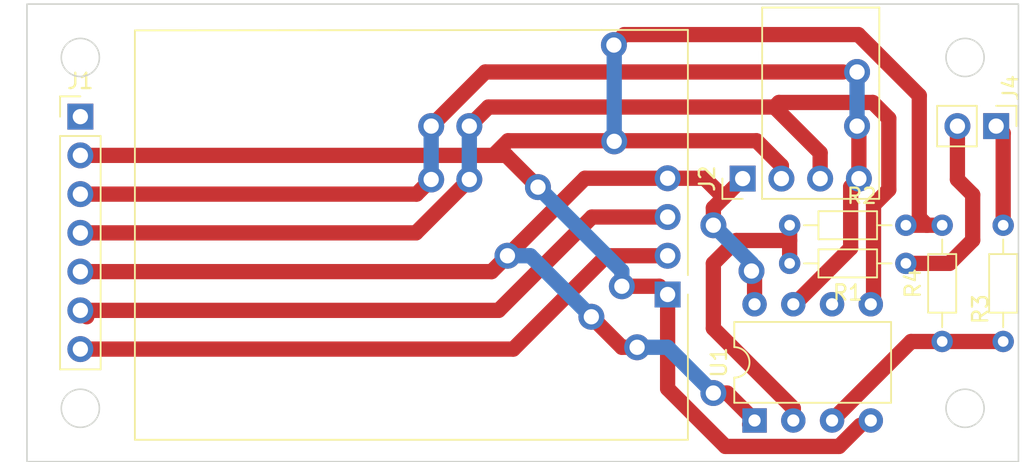
<source format=kicad_pcb>
(kicad_pcb (version 20221018) (generator pcbnew)
  (layers (0 "F.Cu" signal) (31 "B.Cu" signal) (34 "B.Paste" user) (35 "F.Paste" user) (36 "B.SilkS" user "B.Silkscreen") (37 "F.SilkS" user "F.Silkscreen") (38 "B.Mask" user) (39 "F.Mask" user) (44 "Edge.Cuts" user))
  (net 0 "")
  (net 1 "/VCC")
  (net 2 "/GND")
  (net 3 "/SCL")
  (net 4 "/SDA")
  (net 5 "/VCC3")
  (net 6 "/BAT")
  (net 7 "/SHUNT")
  (net 8 "/ADC3")
  (net 9 "/ADC2")
  (net 10 "/RX")
  (net 11 "/TX")
  (net 12 "/AIN1")
  (footprint "Resistor_THT:R_Axial_DIN0204_L3.6mm_D1.6mm_P7.62mm_Horizontal" (layer "F.Cu") (at 149.5 126.62 90)
    (fp_text reference "R4" (at 3.81 -1.92 90) (layer "F.SilkS"))
    (fp_text value "R")
    (fp_line (start 0.94 0) (end 1.89 0) (stroke (width 0.12)) (layer "F.SilkS"))
    (fp_line (start 1.89 -0.92) (end 1.89 0.92) (stroke (width 0.12)) (layer "F.SilkS"))
    (fp_line (start 1.89 0.92) (end 5.73 0.92) (stroke (width 0.12)) (layer "F.SilkS"))
    (fp_line (start 5.73 -0.92) (end 1.89 -0.92) (stroke (width 0.12)) (layer "F.SilkS"))
    (fp_line (start 5.73 0.92) (end 5.73 -0.92) (stroke (width 0.12)) (layer "F.SilkS"))
    (fp_line (start 6.68 0) (end 5.73 0) (stroke (width 0.12)) (layer "F.SilkS"))
    (pad "1" thru_hole circle (at 0 0 90) (size 1.4 1.4) (drill 0.7) (layers "*.Cu" "*.Mask") (net 9 "/ADC2"))
    (pad "2" thru_hole oval (at 7.62 0 90) (size 1.4 1.4) (drill 0.7) (layers "*.Cu" "*.Mask") (net 2 "/GND"))
  )
  (footprint "Resistor_THT:R_Axial_DIN0204_L3.6mm_D1.6mm_P7.62mm_Horizontal" (layer "F.Cu") (at 153.5 119 -90)
    (fp_text reference "R3" (at 5.5 1.5 90) (layer "F.SilkS"))
    (fp_text value "R")
    (fp_line (start 0.94 0) (end 1.89 0) (stroke (width 0.12)) (layer "F.SilkS"))
    (fp_line (start 1.89 -0.92) (end 1.89 0.92) (stroke (width 0.12)) (layer "F.SilkS"))
    (fp_line (start 1.89 0.92) (end 5.73 0.92) (stroke (width 0.12)) (layer "F.SilkS"))
    (fp_line (start 5.73 -0.92) (end 1.89 -0.92) (stroke (width 0.12)) (layer "F.SilkS"))
    (fp_line (start 5.73 0.92) (end 5.73 -0.92) (stroke (width 0.12)) (layer "F.SilkS"))
    (fp_line (start 6.68 0) (end 5.73 0) (stroke (width 0.12)) (layer "F.SilkS"))
    (pad "1" thru_hole circle (at 0 0 270) (size 1.4 1.4) (drill 0.7) (layers "*.Cu" "*.Mask") (net 6 "/BAT"))
    (pad "2" thru_hole oval (at 7.62 0 270) (size 1.4 1.4) (drill 0.7) (layers "*.Cu" "*.Mask") (net 9 "/ADC2"))
  )
  (footprint "Package_DIP:DIP-8_W7.62mm" (layer "F.Cu") (at 137.2 131.8 90)
    (fp_text reference "U1" (at 3.81 -2.33 90) (layer "F.SilkS"))
    (fp_text value "ATtiny45-20P")
    (fp_line (start 1.16 -1.33) (end 1.16 8.95) (stroke (width 0.12)) (layer "F.SilkS"))
    (fp_line (start 1.16 8.95) (end 6.46 8.95) (stroke (width 0.12)) (layer "F.SilkS"))
    (fp_line (start 2.81 -1.33) (end 1.16 -1.33) (stroke (width 0.12)) (layer "F.SilkS"))
    (fp_line (start 6.46 -1.33) (end 4.81 -1.33) (stroke (width 0.12)) (layer "F.SilkS"))
    (fp_line (start 6.46 8.95) (end 6.46 -1.33) (stroke (width 0.12)) (layer "F.SilkS"))
    (fp_arc (start 4.81 -1.33) (mid 3.81 -0.33) (end 2.81 -1.33) (stroke (width 0.12)) (layer "F.SilkS"))
    (pad "1" thru_hole rect (at 0 0 90) (size 1.6 1.6) (drill 0.8) (layers "*.Cu" "*.Mask") (net 5 "/VCC3"))
    (pad "2" thru_hole oval (at 0 2.54 90) (size 1.6 1.6) (drill 0.8) (layers "*.Cu" "*.Mask") (net 8 "/ADC3"))
    (pad "3" thru_hole oval (at 0 5.08 90) (size 1.6 1.6) (drill 0.8) (layers "*.Cu" "*.Mask") (net 9 "/ADC2"))
    (pad "4" thru_hole oval (at 0 7.62 90) (size 1.6 1.6) (drill 0.8) (layers "*.Cu" "*.Mask") (net 2 "/GND"))
    (pad "5" thru_hole oval (at 7.62 7.62 90) (size 1.6 1.6) (drill 0.8) (layers "*.Cu" "*.Mask") (net 4 "/SDA"))
    (pad "6" thru_hole oval (at 7.62 5.08 90) (size 1.6 1.6) (drill 0.8) (layers "*.Cu" "*.Mask") (net 12 "/AIN1"))
    (pad "7" thru_hole oval (at 7.62 2.54 90) (size 1.6 1.6) (drill 0.8) (layers "*.Cu" "*.Mask") (net 3 "/SCL"))
    (pad "8" thru_hole oval (at 7.62 0 90) (size 1.6 1.6) (drill 0.8) (layers "*.Cu" "*.Mask") (net 5 "/VCC3"))
  )
  (footprint "Connector_PinHeader_2.54mm:PinHeader_1x07_P2.54mm_Vertical" (layer "F.Cu") (at 93 111.88)
    (fp_text reference "J1" (at 0 -2.33) (layer "F.SilkS"))
    (fp_text value "INPUT_PISO_1")
    (fp_line (start -1.33 -1.33) (end 0 -1.33) (stroke (width 0.12)) (layer "F.SilkS"))
    (fp_line (start -1.33 0) (end -1.33 -1.33) (stroke (width 0.12)) (layer "F.SilkS"))
    (fp_line (start -1.33 1.27) (end -1.33 16.57) (stroke (width 0.12)) (layer "F.SilkS"))
    (fp_line (start -1.33 1.27) (end 1.33 1.27) (stroke (width 0.12)) (layer "F.SilkS"))
    (fp_line (start -1.33 16.57) (end 1.33 16.57) (stroke (width 0.12)) (layer "F.SilkS"))
    (fp_line (start 1.33 1.27) (end 1.33 16.57) (stroke (width 0.12)) (layer "F.SilkS"))
    (pad "1" thru_hole rect (at 0 0) (size 1.7 1.7) (drill 1) (layers "*.Cu" "*.Mask") (net 1 "/VCC"))
    (pad "2" thru_hole oval (at 0 2.54) (size 1.7 1.7) (drill 1) (layers "*.Cu" "*.Mask") (net 2 "/GND"))
    (pad "3" thru_hole oval (at 0 5.08) (size 1.7 1.7) (drill 1) (layers "*.Cu" "*.Mask") (net 3 "/SCL"))
    (pad "4" thru_hole oval (at 0 7.62) (size 1.7 1.7) (drill 1) (layers "*.Cu" "*.Mask") (net 4 "/SDA"))
    (pad "5" thru_hole oval (at 0 10.16) (size 1.7 1.7) (drill 1) (layers "*.Cu" "*.Mask") (net 5 "/VCC3"))
    (pad "6" thru_hole oval (at 0 12.7) (size 1.7 1.7) (drill 1) (layers "*.Cu" "*.Mask") (net 10 "/RX"))
    (pad "7" thru_hole oval (at 0 15.24) (size 1.7 1.7) (drill 1) (layers "*.Cu" "*.Mask") (net 11 "/TX"))
  )
  (footprint "Connector_PinHeader_2.54mm:PinHeader_1x04_P2.54mm_Vertical" (layer "F.Cu") (at 131.5 123.54 180)
    (fp_text reference "J3" hide)
    (fp_text value "GPS")
    (fp_line (start -1.33 -9.525) (end 34.925 -9.525) (stroke (width 0.12)) (layer "F.SilkS"))
    (fp_line (start -1.33 0) (end -1.33 -9.525) (stroke (width 0.12)) (layer "F.SilkS"))
    (fp_line (start -1.33 1.27) (end -1.33 17.345) (stroke (width 0.12)) (layer "F.SilkS"))
    (fp_line (start -1.33 17.345) (end 34.925 17.315) (stroke (width 0.12)) (layer "F.SilkS"))
    (fp_line (start 34.925 -9.525) (end 34.925 17.315) (stroke (width 0.12)) (layer "F.SilkS"))
    (pad "1" thru_hole rect (at 0 0 180) (size 1.7 1.7) (drill 1) (layers "*.Cu" "*.Mask") (net 2 "/GND"))
    (pad "2" thru_hole oval (at 0 2.54 180) (size 1.7 1.7) (drill 1) (layers "*.Cu" "*.Mask") (net 11 "/TX"))
    (pad "3" thru_hole oval (at 0 5.08 180) (size 1.7 1.7) (drill 1) (layers "*.Cu" "*.Mask") (net 10 "/RX"))
    (pad "4" thru_hole oval (at 0 7.62 180) (size 1.7 1.7) (drill 1) (layers "*.Cu" "*.Mask") (net 5 "/VCC3"))
  )
  (footprint "Resistor_THT:R_Axial_DIN0204_L3.6mm_D1.6mm_P7.62mm_Horizontal" (layer "F.Cu") (at 139.5 119)
    (fp_text reference "R2" (at 4.73 -1.92) (layer "F.SilkS"))
    (fp_text value "R")
    (fp_line (start 0.94 0) (end 1.89 0) (stroke (width 0.12)) (layer "F.SilkS"))
    (fp_line (start 1.89 -0.92) (end 1.89 0.92) (stroke (width 0.12)) (layer "F.SilkS"))
    (fp_line (start 1.89 0.92) (end 5.73 0.92) (stroke (width 0.12)) (layer "F.SilkS"))
    (fp_line (start 5.73 -0.92) (end 1.89 -0.92) (stroke (width 0.12)) (layer "F.SilkS"))
    (fp_line (start 5.73 0.92) (end 5.73 -0.92) (stroke (width 0.12)) (layer "F.SilkS"))
    (fp_line (start 6.68 0) (end 5.73 0) (stroke (width 0.12)) (layer "F.SilkS"))
    (pad "1" thru_hole circle (at 0 0) (size 1.4 1.4) (drill 0.7) (layers "*.Cu" "*.Mask") (net 8 "/ADC3"))
    (pad "2" thru_hole oval (at 7.62 0) (size 1.4 1.4) (drill 0.7) (layers "*.Cu" "*.Mask") (net 2 "/GND"))
  )
  (footprint "Resistor_THT:R_Axial_DIN0204_L3.6mm_D1.6mm_P7.62mm_Horizontal" (layer "F.Cu") (at 147.12 121.5 180)
    (fp_text reference "R1" (at 3.81 -1.92) (layer "F.SilkS"))
    (fp_text value "R")
    (fp_line (start 0.94 0) (end 1.89 0) (stroke (width 0.12)) (layer "F.SilkS"))
    (fp_line (start 1.89 -0.92) (end 1.89 0.92) (stroke (width 0.12)) (layer "F.SilkS"))
    (fp_line (start 1.89 0.92) (end 5.73 0.92) (stroke (width 0.12)) (layer "F.SilkS"))
    (fp_line (start 5.73 -0.92) (end 1.89 -0.92) (stroke (width 0.12)) (layer "F.SilkS"))
    (fp_line (start 5.73 0.92) (end 5.73 -0.92) (stroke (width 0.12)) (layer "F.SilkS"))
    (fp_line (start 6.68 0) (end 5.73 0) (stroke (width 0.12)) (layer "F.SilkS"))
    (pad "1" thru_hole circle (at 0 0 180) (size 1.4 1.4) (drill 0.7) (layers "*.Cu" "*.Mask") (net 7 "/SHUNT"))
    (pad "2" thru_hole oval (at 7.62 0 180) (size 1.4 1.4) (drill 0.7) (layers "*.Cu" "*.Mask") (net 8 "/ADC3"))
  )
  (footprint "Connector_PinHeader_2.54mm:PinHeader_1x04_P2.54mm_Vertical" (layer "F.Cu") (at 136.42 115.942 90)
    (fp_text reference "J2" (at 0 -2.33 90) (layer "F.SilkS"))
    (fp_text value "SHT30")
    (fp_line (start -1.33 -1.33) (end 0 -1.33) (stroke (width 0.12)) (layer "F.SilkS"))
    (fp_line (start -1.33 0) (end -1.33 -1.33) (stroke (width 0.12)) (layer "F.SilkS"))
    (fp_line (start -1.33 1.27) (end -1.33 8.95) (stroke (width 0.12)) (layer "F.SilkS"))
    (fp_line (start -1.33 1.27) (end 11.214 1.28) (stroke (width 0.12)) (layer "F.SilkS"))
    (fp_line (start -1.33 8.95) (end 11.214 8.96) (stroke (width 0.12)) (layer "F.SilkS"))
    (fp_line (start 11.214 1.28) (end 11.214 8.96) (stroke (width 0.12)) (layer "F.SilkS"))
    (pad "1" thru_hole rect (at 0 0 90) (size 1.7 1.7) (drill 1) (layers "*.Cu" "*.Mask") (net 5 "/VCC3"))
    (pad "2" thru_hole oval (at 0 2.54 90) (size 1.7 1.7) (drill 1) (layers "*.Cu" "*.Mask") (net 2 "/GND"))
    (pad "3" thru_hole oval (at 0 5.08 90) (size 1.7 1.7) (drill 1) (layers "*.Cu" "*.Mask") (net 4 "/SDA"))
    (pad "4" thru_hole oval (at 0 7.62 90) (size 1.7 1.7) (drill 1) (layers "*.Cu" "*.Mask") (net 3 "/SCL"))
  )
  (footprint "Connector_PinHeader_2.54mm:PinHeader_1x02_P2.54mm_Vertical" (layer "F.Cu") (at 153.04 112.5 -90)
    (fp_text reference "J4" (at -2.5 -0.96 90) (layer "F.SilkS"))
    (fp_text value "EXT")
    (fp_line (start -1.33 -1.33) (end 0 -1.33) (stroke (width 0.12)) (layer "F.SilkS"))
    (fp_line (start -1.33 0) (end -1.33 -1.33) (stroke (width 0.12)) (layer "F.SilkS"))
    (fp_line (start -1.33 1.27) (end -1.33 3.87) (stroke (width 0.12)) (layer "F.SilkS"))
    (fp_line (start -1.33 1.27) (end 1.33 1.27) (stroke (width 0.12)) (layer "F.SilkS"))
    (fp_line (start -1.33 3.87) (end 1.33 3.87) (stroke (width 0.12)) (layer "F.SilkS"))
    (fp_line (start 1.33 1.27) (end 1.33 3.87) (stroke (width 0.12)) (layer "F.SilkS"))
    (pad "1" thru_hole rect (at 0 0 270) (size 1.7 1.7) (drill 1) (layers "*.Cu" "*.Mask") (net 6 "/BAT"))
    (pad "2" thru_hole oval (at 0 2.54 270) (size 1.7 1.7) (drill 1) (layers "*.Cu" "*.Mask") (net 7 "/SHUNT"))
  )
  (gr_rect (start 89.5 104.5) (end 154.5 134.5) (stroke (width 0.1)) (fill none) (layer "Edge.Cuts"))
  (gr_circle (center 151 108) (end 152.25 108) (stroke (width 0.1)) (fill none) (layer "Edge.Cuts"))
  (gr_circle (center 93 131) (end 94.25 131) (stroke (width 0.1)) (fill none) (layer "Edge.Cuts"))
  (gr_circle (center 93 108) (end 94.25 108) (stroke (width 0.1)) (fill none) (layer "Edge.Cuts"))
  (gr_circle (center 151 131) (end 152.25 131) (stroke (width 0.1)) (fill none) (layer "Edge.Cuts"))
  (segment (start 137.323344 113.46) (end 128.04 113.46) (width 1) (layer "F.Cu") (net 2))
  (segment (start 135.29005 133.5) (end 131.5 129.70995) (width 1) (layer "F.Cu") (net 2))
  (segment (start 127.96 113.46) (end 121.04 113.46) (width 1) (layer "F.Cu") (net 2))
  (segment (start 128.04 113.46) (end 128 113.5) (width 1) (layer "F.Cu") (net 2))
  (segment (start 128.666593 106.5) (end 144 106.5) (width 1) (layer "F.Cu") (net 2))
  (segment (start 123 116.5) (end 120.92 114.42) (width 1) (layer "F.Cu") (net 2))
  (segment (start 148 110.5) (end 148 118.5) (width 1) (layer "F.Cu") (net 2))
  (segment (start 120.92 114.42) (end 120.08 114.42) (width 1) (layer "F.Cu") (net 2))
  (segment (start 144 106.5) (end 148 110.5) (width 1) (layer "F.Cu") (net 2))
  (segment (start 130.96 123) (end 131.5 123.54) (width 1) (layer "F.Cu") (net 2))
  (segment (start 131.5 129.70995) (end 131.5 123.54) (width 1) (layer "F.Cu") (net 2))
  (segment (start 127.978214 107.188379) (end 128.666593 106.5) (width 1) (layer "F.Cu") (net 2))
  (segment (start 120.08 114.42) (end 93 114.42) (width 1) (layer "F.Cu") (net 2))
  (segment (start 147.12 119) (end 148.5 119) (width 1) (layer "F.Cu") (net 2))
  (segment (start 128 113.5) (end 127.96 113.46) (width 1) (layer "F.Cu") (net 2))
  (segment (start 138.96 115.942) (end 138.96 115.096656) (width 1) (layer "F.Cu") (net 2))
  (segment (start 144.12 132.12) (end 142.74 133.5) (width 1) (layer "F.Cu") (net 2))
  (segment (start 148.5 119) (end 149.5 119) (width 1) (layer "F.Cu") (net 2))
  (segment (start 138.96 115.096656) (end 137.323344 113.46) (width 1) (layer "F.Cu") (net 2))
  (segment (start 148 118.5) (end 148.5 119) (width 1) (layer "F.Cu") (net 2))
  (segment (start 128.5 123) (end 130.96 123) (width 1) (layer "F.Cu") (net 2))
  (segment (start 142.74 133.5) (end 135.29005 133.5) (width 1) (layer "F.Cu") (net 2))
  (segment (start 121.04 113.46) (end 120.08 114.42) (width 1) (layer "F.Cu") (net 2))
  (via (at 128 113.5) (size 1.7) (drill 1) (layers "F.Cu" "B.Cu") (net 2))
  (via (at 127.978214 107.188379) (size 1.7) (drill 1) (layers "F.Cu" "B.Cu") (net 2))
  (via (at 128.5 123) (size 1.7) (drill 1) (layers "F.Cu" "B.Cu") (net 2))
  (via (at 123 116.5) (size 1.7) (drill 1) (layers "F.Cu" "B.Cu") (net 2))
  (segment (start 128.5 122) (end 123 116.5) (width 1) (layer "B.Cu") (net 2))
  (segment (start 128 113.5) (end 128 107.210165) (width 1) (layer "B.Cu") (net 2))
  (segment (start 128.5 123) (end 128.5 122) (width 1) (layer "B.Cu") (net 2))
  (segment (start 128 107.210165) (end 127.978214 107.188379) (width 1) (layer "B.Cu") (net 2))
  (segment (start 93 116.96) (end 115.04 116.96) (width 1) (layer "F.Cu") (net 3))
  (segment (start 116 112.5) (end 119.5495 108.9505) (width 1) (layer "F.Cu") (net 3))
  (segment (start 139.82 124.18) (end 143.5 120.5) (width 1) (layer "F.Cu") (net 3))
  (segment (start 139.74 124.18) (end 139.82 124.18) (width 1) (layer "F.Cu") (net 3))
  (segment (start 143.5 116.482) (end 144.04 115.942) (width 1) (layer "F.Cu") (net 3))
  (segment (start 119.5495 108.9505) (end 143 108.9505) (width 1) (layer "F.Cu") (net 3))
  (segment (start 115.04 116.96) (end 116 116) (width 1) (layer "F.Cu") (net 3))
  (segment (start 144.04 112.62) (end 143.92 112.5) (width 1) (layer "F.Cu") (net 3))
  (segment (start 143.5 120.5) (end 143.5 116.482) (width 1) (layer "F.Cu") (net 3))
  (segment (start 144.04 115.942) (end 144.04 112.62) (width 1) (layer "F.Cu") (net 3))
  (via (at 143.92 112.5) (size 1.7) (drill 1) (layers "F.Cu" "B.Cu") (net 3))
  (via (at 143.92 108.9505) (size 1.7) (drill 1) (layers "F.Cu" "B.Cu") (net 3))
  (via (at 116 116) (size 1.7) (drill 1) (layers "F.Cu" "B.Cu") (net 3))
  (via (at 116 112.5) (size 1.7) (drill 1) (layers "F.Cu" "B.Cu") (net 3))
  (segment (start 143.92 112.5) (end 143.92 108.9505) (width 1) (layer "B.Cu") (net 3))
  (segment (start 116 112.5) (end 116 116) (width 1) (layer "B.Cu") (net 3))
  (segment (start 138.8 110.95) (end 144.95 110.95) (width 1) (layer "F.Cu") (net 4))
  (segment (start 146 116.672384) (end 145 117.672384) (width 1) (layer "F.Cu") (net 4))
  (segment (start 141.5 115.942) (end 141.5 114.25) (width 1) (layer "F.Cu") (net 4))
  (segment (start 145 117.672384) (end 145 124) (width 1) (layer "F.Cu") (net 4))
  (segment (start 145 124) (end 144.82 124.18) (width 1) (layer "F.Cu") (net 4))
  (segment (start 93 119.5) (end 115 119.5) (width 1) (layer "F.Cu") (net 4))
  (segment (start 138.5 111.25) (end 138.8 110.95) (width 1) (layer "F.Cu") (net 4))
  (segment (start 141.5 114.25) (end 138.5 111.25) (width 1) (layer "F.Cu") (net 4))
  (segment (start 146 112) (end 146 116.672384) (width 1) (layer "F.Cu") (net 4))
  (segment (start 119.75 111.25) (end 138.5 111.25) (width 1) (layer "F.Cu") (net 4))
  (segment (start 115 119.5) (end 118.5 116) (width 1) (layer "F.Cu") (net 4))
  (segment (start 118.5 112.5) (end 119.75 111.25) (width 1) (layer "F.Cu") (net 4))
  (segment (start 144.95 110.95) (end 146 112) (width 1) (layer "F.Cu") (net 4))
  (via (at 118.5 116) (size 1.7) (drill 1) (layers "F.Cu" "B.Cu") (net 4))
  (via (at 118.5 112.5) (size 1.7) (drill 1) (layers "F.Cu" "B.Cu") (net 4))
  (segment (start 118.5 112.5) (end 118.5 116) (width 1) (layer "B.Cu") (net 4))
  (segment (start 121 121) (end 119.96 122.04) (width 1) (layer "F.Cu") (net 5))
  (segment (start 134.5 130) (end 135.4 130) (width 1) (layer "F.Cu") (net 5))
  (segment (start 137.2 124.18) (end 137.2 122.2) (width 1) (layer "F.Cu") (net 5))
  (segment (start 93 122.04) (end 93 122) (width 0.25) (layer "F.Cu") (net 5))
  (segment (start 134.5 119) (end 134.5 117.862) (width 1) (layer "F.Cu") (net 5))
  (segment (start 119.96 122.04) (end 93 122.04) (width 1) (layer "F.Cu") (net 5))
  (segment (start 129.5 127) (end 128.5 127) (width 1) (layer "F.Cu") (net 5))
  (segment (start 137.2 122.2) (end 137 122) (width 1) (layer "F.Cu") (net 5))
  (segment (start 128.5 127) (end 126.5 125) (width 1) (layer "F.Cu") (net 5))
  (segment (start 135.181 117.181) (end 136.42 115.942) (width 1) (layer "F.Cu") (net 5))
  (segment (start 131.5 115.92) (end 133.92 115.92) (width 1) (layer "F.Cu") (net 5))
  (segment (start 133.92 115.92) (end 135.181 117.181) (width 1) (layer "F.Cu") (net 5))
  (segment (start 136.5 132.12) (end 136.5 132) (width 0.25) (layer "F.Cu") (net 5))
  (segment (start 131.5 115.92) (end 126.08 115.92) (width 1) (layer "F.Cu") (net 5))
  (segment (start 134.5 117.862) (end 135.181 117.181) (width 1) (layer "F.Cu") (net 5))
  (segment (start 126.08 115.92) (end 121 121) (width 1) (layer "F.Cu") (net 5))
  (segment (start 135.4 130) (end 137.2 131.8) (width 1) (layer "F.Cu") (net 5))
  (via (at 137 122) (size 1.7) (drill 1) (layers "F.Cu" "B.Cu") (net 5))
  (via (at 134.5 119) (size 1.7) (drill 1) (layers "F.Cu" "B.Cu") (net 5))
  (via (at 129.5 127) (size 1.7) (drill 1) (layers "F.Cu" "B.Cu") (net 5))
  (via (at 134.5 130) (size 1.7) (drill 1) (layers "F.Cu" "B.Cu") (net 5))
  (via (at 121 121) (size 1.7) (drill 1) (layers "F.Cu" "B.Cu") (net 5))
  (via (at 126.5 125) (size 1.7) (drill 1) (layers "F.Cu" "B.Cu") (net 5))
  (segment (start 131.5 127) (end 134.5 130) (width 1) (layer "B.Cu") (net 5))
  (segment (start 121 121) (end 122.5 121) (width 1) (layer "B.Cu") (net 5))
  (segment (start 122.5 121) (end 126.5 125) (width 1) (layer "B.Cu") (net 5))
  (segment (start 137 122) (end 137 121.5) (width 1) (layer "B.Cu") (net 5))
  (segment (start 137 121.5) (end 134.5 119) (width 1) (layer "B.Cu") (net 5))
  (segment (start 129.5 127) (end 131.5 127) (width 1) (layer "B.Cu") (net 5))
  (segment (start 153.5 112.96) (end 153.04 112.5) (width 1) (layer "F.Cu") (net 6))
  (segment (start 153.5 119) (end 153.5 112.96) (width 1) (layer "F.Cu") (net 6))
  (segment (start 151.5 117) (end 151.5 119.978094) (width 1) (layer "F.Cu") (net 7))
  (segment (start 150.5 116) (end 151.5 117) (width 1) (layer "F.Cu") (net 7))
  (segment (start 151.5 119.978094) (end 149.978094 121.5) (width 1) (layer "F.Cu") (net 7))
  (segment (start 149.978094 121.5) (end 147.12 121.5) (width 1) (layer "F.Cu") (net 7))
  (segment (start 150.5 112.5) (end 150.5 116) (width 1) (layer "F.Cu") (net 7))
  (segment (start 139.5 120) (end 136 120) (width 1) (layer "F.Cu") (net 8))
  (segment (start 139.5 121.5) (end 139.5 119) (width 1) (layer "F.Cu") (net 8))
  (segment (start 139.74 131) (end 139.74 131.8) (width 1) (layer "F.Cu") (net 8))
  (segment (start 134.5 125.76) (end 139.74 131) (width 1) (layer "F.Cu") (net 8))
  (segment (start 134.5 121.5) (end 134.5 125.76) (width 1) (layer "F.Cu") (net 8))
  (segment (start 136 120) (end 134.5 121.5) (width 1) (layer "F.Cu") (net 8))
  (segment (start 149.5 126.62) (end 147.46 126.62) (width 1) (layer "F.Cu") (net 9))
  (segment (start 149.5 126.62) (end 153.5 126.62) (width 1) (layer "F.Cu") (net 9))
  (segment (start 147.46 126.62) (end 142.28 131.8) (width 1) (layer "F.Cu") (net 9))
  (segment (start 120.42 124.58) (end 93 124.58) (width 1) (layer "F.Cu") (net 10))
  (segment (start 131.5 118.46) (end 126.54 118.46) (width 1) (layer "F.Cu") (net 10))
  (segment (start 93 124.58) (end 93.42 125) (width 1) (layer "F.Cu") (net 10))
  (segment (start 126.54 118.46) (end 120.42 124.58) (width 1) (layer "F.Cu") (net 10))
  (segment (start 93.08 127.2) (end 93 127.12) (width 1) (layer "F.Cu") (net 11))
  (segment (start 121.38 127.12) (end 93 127.12) (width 1) (layer "F.Cu") (net 11))
  (segment (start 127.5 121) (end 121.38 127.12) (width 1) (layer "F.Cu") (net 11))
  (segment (start 131.5 121) (end 127.5 121) (width 1) (layer "F.Cu") (net 11))
)
</source>
